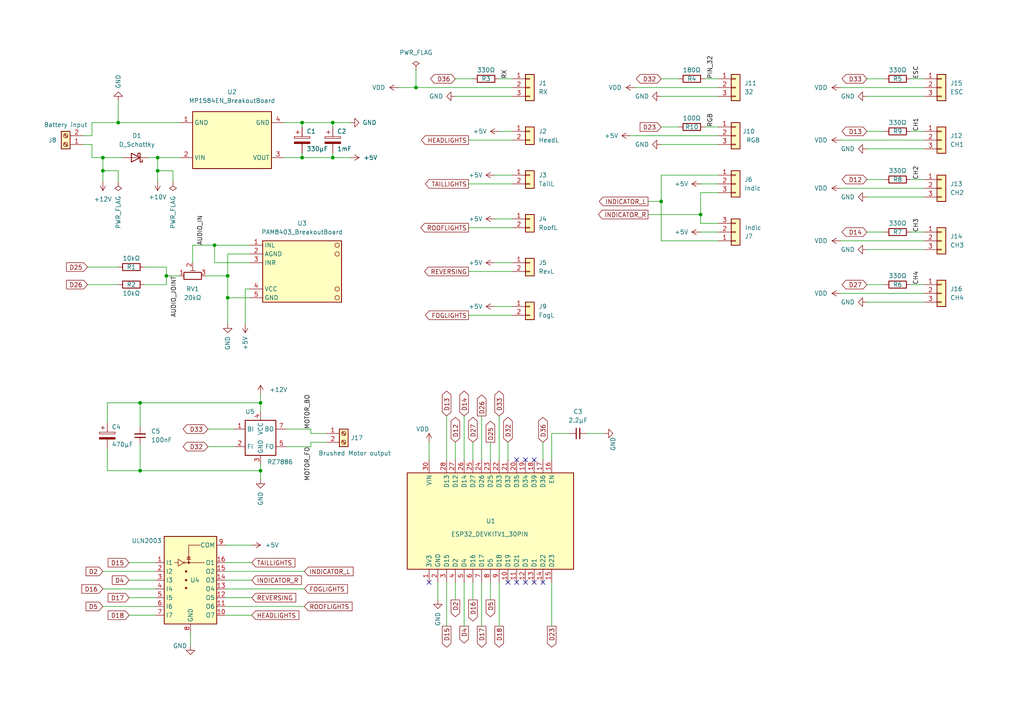
<source format=kicad_sch>
(kicad_sch (version 20211123) (generator eeschema)
  (paper "A4")
  (lib_symbols
    (symbol "Connector:Screw_Terminal_01x02" (pin_names (offset 1.016) hide)
      (property "Reference" "J" (at 0 2.54 0))
      (property "Value" "Screw_Terminal_01x02" (at 0 -5.08 0))
      (symbol "Screw_Terminal_01x02_1_1"
        (rectangle (start -1.27 1.27) (end 1.27 -3.81) (stroke (width 0.254)) (fill (type background)))
        (circle (center 0 -2.54) (radius 0.635) (stroke (width 0.1524)))
        (polyline (pts (xy -0.5334 -2.2098) (xy 0.3302 -3.048)) (stroke (width 0.1524)))
        (polyline (pts (xy -0.5334 0.3302) (xy 0.3302 -0.508)) (stroke (width 0.1524)))
        (polyline (pts (xy -0.3556 -2.032) (xy 0.508 -2.8702)) (stroke (width 0.1524)))
        (polyline (pts (xy -0.3556 0.508) (xy 0.508 -0.3302)) (stroke (width 0.1524)))
        (circle (center 0 0) (radius 0.635) (stroke (width 0.1524)))
        (pin passive line (at -5.08 0 0) (length 3.81) (name "Pin_1") (number "1"))
        (pin passive line (at -5.08 -2.54 0) (length 3.81) (name "Pin_2") (number "2"))
      )
    )
    (symbol "Connector_Generic:Conn_01x02" (pin_names (offset 1.016) hide)
      (property "Reference" "J" (at 0 2.54 0))
      (property "Value" "Conn_01x02" (at 0 -5.08 0))
      (symbol "Conn_01x02_1_1"
        (rectangle (start -1.27 -2.413) (end 0 -2.667) (stroke (width 0.1524)))
        (rectangle (start -1.27 0.127) (end 0 -0.127) (stroke (width 0.1524)))
        (rectangle (start -1.27 1.27) (end 1.27 -3.81) (stroke (width 0.254)) (fill (type background)))
        (pin passive line (at -5.08 0 0) (length 3.81) (name "Pin_1") (number "1"))
        (pin passive line (at -5.08 -2.54 0) (length 3.81) (name "Pin_2") (number "2"))
      )
    )
    (symbol "Connector_Generic:Conn_01x03" (pin_names (offset 1.016) hide)
      (property "Reference" "J" (at 0 5.08 0))
      (property "Value" "Conn_01x03" (at 0 -5.08 0))
      (symbol "Conn_01x03_1_1"
        (rectangle (start -1.27 -2.413) (end 0 -2.667) (stroke (width 0.1524)))
        (rectangle (start -1.27 0.127) (end 0 -0.127) (stroke (width 0.1524)))
        (rectangle (start -1.27 2.667) (end 0 2.413) (stroke (width 0.1524)))
        (rectangle (start -1.27 3.81) (end 1.27 -3.81) (stroke (width 0.254)) (fill (type background)))
        (pin passive line (at -5.08 2.54 0) (length 3.81) (name "Pin_1") (number "1"))
        (pin passive line (at -5.08 0 0) (length 3.81) (name "Pin_2") (number "2"))
        (pin passive line (at -5.08 -2.54 0) (length 3.81) (name "Pin_3") (number "3"))
      )
    )
    (symbol "Device:C_Polarized" (pin_numbers hide) (pin_names (offset 0.254))
      (property "Reference" "C" (at 0.635 2.54 0))
      (property "Value" "C_Polarized" (at 0.635 -2.54 0))
      (symbol "C_Polarized_0_1"
        (rectangle (start -2.286 0.508) (end 2.286 1.016))
        (polyline (pts (xy -1.778 2.286) (xy -0.762 2.286)))
        (polyline (pts (xy -1.27 2.794) (xy -1.27 1.778)))
        (rectangle (start 2.286 -0.508) (end -2.286 -1.016) (fill (type outline)))
      )
      (symbol "C_Polarized_1_1"
        (pin passive line (at 0 3.81 270) (length 2.794) (name "~") (number "1"))
        (pin passive line (at 0 -3.81 90) (length 2.794) (name "~") (number "2"))
      )
    )
    (symbol "Device:C_Small" (pin_numbers hide) (pin_names (offset 0.254) hide)
      (property "Reference" "C" (at 0.254 1.778 0))
      (property "Value" "C_Small" (at 0.254 -2.032 0))
      (symbol "C_Small_0_1"
        (polyline (pts (xy -1.524 -0.508) (xy 1.524 -0.508)) (stroke (width 0.3302)))
        (polyline (pts (xy -1.524 0.508) (xy 1.524 0.508)) (stroke (width 0.3048)))
      )
      (symbol "C_Small_1_1"
        (pin passive line (at 0 2.54 270) (length 2.032) (name "~") (number "1"))
        (pin passive line (at 0 -2.54 90) (length 2.032) (name "~") (number "2"))
      )
    )
    (symbol "Device:D_Schottky" (pin_numbers hide) (pin_names (offset 1.016) hide)
      (property "Reference" "D" (at 0 2.54 0))
      (property "Value" "D_Schottky" (at 0 -2.54 0))
      (symbol "D_Schottky_0_1"
        (polyline (pts (xy 1.27 0) (xy -1.27 0)))
        (polyline (pts (xy 1.27 1.27) (xy 1.27 -1.27) (xy -1.27 0) (xy 1.27 1.27)) (stroke (width 0.254)))
        (polyline (pts (xy -1.905 0.635) (xy -1.905 1.27) (xy -1.27 1.27) (xy -1.27 -1.27) (xy -0.635 -1.27) (xy -0.635 -0.635)) (stroke (width 0.254)))
      )
      (symbol "D_Schottky_1_1"
        (pin passive line (at -3.81 0 0) (length 2.54) (name "K") (number "1"))
        (pin passive line (at 3.81 0 180) (length 2.54) (name "A") (number "2"))
      )
    )
    (symbol "Device:R" (pin_numbers hide) (pin_names (offset 0))
      (property "Reference" "R" (at 2.032 0 90))
      (property "Value" "R" (at 0 0 90))
      (symbol "R_0_1"
        (rectangle (start -1.016 -2.54) (end 1.016 2.54) (stroke (width 0.254)))
      )
      (symbol "R_1_1"
        (pin passive line (at 0 3.81 270) (length 1.27) (name "~") (number "1"))
        (pin passive line (at 0 -3.81 90) (length 1.27) (name "~") (number "2"))
      )
    )
    (symbol "Device:R_Potentiometer_Trim" (pin_names (offset 1.016) hide)
      (property "Reference" "RV" (at -4.445 0 90))
      (property "Value" "R_Potentiometer_Trim" (at -2.54 0 90))
      (symbol "R_Potentiometer_Trim_0_1"
        (polyline (pts (xy 1.524 0.762) (xy 1.524 -0.762)))
        (polyline (pts (xy 2.54 0) (xy 1.524 0)))
        (rectangle (start 1.016 2.54) (end -1.016 -2.54) (stroke (width 0.254)))
      )
      (symbol "R_Potentiometer_Trim_1_1"
        (pin passive line (at 0 3.81 270) (length 1.27) (name "1") (number "1"))
        (pin passive line (at 3.81 0 180) (length 1.27) (name "2") (number "2"))
        (pin passive line (at 0 -3.81 90) (length 1.27) (name "3") (number "3"))
      )
    )
    (symbol "Transistor_Array:ULN2003"
      (property "Reference" "U" (at 0 15.875 0))
      (property "Value" "ULN2003" (at 0 13.97 0))
      (symbol "ULN2003_0_1"
        (rectangle (start -7.62 -12.7) (end 7.62 12.7) (stroke (width 0.254)) (fill (type background)))
        (circle (center -1.778 5.08) (radius 0.254))
        (circle (center -1.27 -2.286) (radius 0.254) (fill (type outline)))
        (circle (center -1.27 0) (radius 0.254) (fill (type outline)))
        (circle (center -1.27 2.54) (radius 0.254) (fill (type outline)))
        (circle (center -0.508 5.08) (radius 0.254) (fill (type outline)))
        (polyline (pts (xy -4.572 5.08) (xy -3.556 5.08)))
        (polyline (pts (xy -1.524 5.08) (xy 4.064 5.08)))
        (polyline (pts (xy 0 6.731) (xy -1.016 6.731)))
        (polyline (pts (xy -0.508 5.08) (xy -0.508 10.16) (xy 2.921 10.16)))
        (polyline (pts (xy -3.556 6.096) (xy -3.556 4.064) (xy -2.032 5.08) (xy -3.556 6.096)))
        (polyline (pts (xy 0 5.969) (xy -1.016 5.969) (xy -0.508 6.731) (xy 0 5.969)))
      )
      (symbol "ULN2003_1_1"
        (pin input line (at -10.16 5.08 0) (length 2.54) (name "I1") (number "1"))
        (pin open_collector line (at 10.16 -10.16 180) (length 2.54) (name "O7") (number "10"))
        (pin open_collector line (at 10.16 -7.62 180) (length 2.54) (name "O6") (number "11"))
        (pin open_collector line (at 10.16 -5.08 180) (length 2.54) (name "O5") (number "12"))
        (pin open_collector line (at 10.16 -2.54 180) (length 2.54) (name "O4") (number "13"))
        (pin open_collector line (at 10.16 0 180) (length 2.54) (name "O3") (number "14"))
        (pin open_collector line (at 10.16 2.54 180) (length 2.54) (name "O2") (number "15"))
        (pin open_collector line (at 10.16 5.08 180) (length 2.54) (name "O1") (number "16"))
        (pin input line (at -10.16 2.54 0) (length 2.54) (name "I2") (number "2"))
        (pin input line (at -10.16 0 0) (length 2.54) (name "I3") (number "3"))
        (pin input line (at -10.16 -2.54 0) (length 2.54) (name "I4") (number "4"))
        (pin input line (at -10.16 -5.08 0) (length 2.54) (name "I5") (number "5"))
        (pin input line (at -10.16 -7.62 0) (length 2.54) (name "I6") (number "6"))
        (pin input line (at -10.16 -10.16 0) (length 2.54) (name "I7") (number "7"))
        (pin power_in line (at 0 -15.24 90) (length 2.54) (name "GND") (number "8"))
        (pin passive line (at 10.16 10.16 180) (length 2.54) (name "COM") (number "9"))
      )
    )
    (symbol "cf:ESP32_DEVKITV1_30PIN"
      (property "Reference" "U1" (at -1.27 0 0))
      (property "Value" "ESP32_DEVKITV1_30PIN" (at -11.43 -3.81 0))
      (symbol "ESP32_DEVKITV1_30PIN_0_1"
        (rectangle (start -24.13 13.97) (end 24.13 -13.97) (stroke (width 0.254)) (fill (type background)))
      )
      (symbol "ESP32_DEVKITV1_30PIN_1_1"
        (pin power_out line (at -17.78 -17.78 90) (length 3.81) (name "3V3") (number "1"))
        (pin bidirectional line (at 5.08 -17.78 90) (length 3.81) (name "D19") (number "10"))
        (pin bidirectional line (at 7.62 -17.78 90) (length 3.81) (name "D21") (number "11"))
        (pin bidirectional line (at 10.16 -17.78 90) (length 3.81) (name "D3") (number "12"))
        (pin bidirectional line (at 12.7 -17.78 90) (length 3.81) (name "D1") (number "13"))
        (pin bidirectional line (at 15.24 -17.78 90) (length 3.81) (name "D22") (number "14"))
        (pin bidirectional line (at 17.78 -17.78 90) (length 3.81) (name "D23") (number "15"))
        (pin bidirectional line (at 17.78 17.78 270) (length 3.81) (name "EN") (number "16"))
        (pin bidirectional line (at 15.24 17.78 270) (length 3.81) (name "D36") (number "17"))
        (pin bidirectional line (at 12.7 17.78 270) (length 3.81) (name "D39") (number "18"))
        (pin bidirectional line (at 10.16 17.78 270) (length 3.81) (name "D34") (number "19"))
        (pin power_in line (at -15.24 -17.78 90) (length 3.81) (name "GND") (number "2"))
        (pin bidirectional line (at 7.62 17.78 270) (length 3.81) (name "D35") (number "20"))
        (pin bidirectional line (at 5.08 17.78 270) (length 3.81) (name "D32") (number "21"))
        (pin bidirectional line (at 2.54 17.78 270) (length 3.81) (name "D33") (number "22"))
        (pin bidirectional line (at 0 17.78 270) (length 3.81) (name "D25") (number "23"))
        (pin bidirectional line (at -2.54 17.78 270) (length 3.81) (name "D26") (number "24"))
        (pin bidirectional line (at -5.08 17.78 270) (length 3.81) (name "D27") (number "25"))
        (pin bidirectional line (at -7.62 17.78 270) (length 3.81) (name "D14") (number "26"))
        (pin bidirectional line (at -10.16 17.78 270) (length 3.81) (name "D12") (number "27"))
        (pin bidirectional line (at -12.7 17.78 270) (length 3.81) (name "D13") (number "28"))
        (pin passive line (at -15.24 -17.78 90) (length 3.81) hide (name "GND") (number "29"))
        (pin bidirectional line (at -12.7 -17.78 90) (length 3.81) (name "D15") (number "3"))
        (pin power_in line (at -17.78 17.78 270) (length 3.81) (name "VIN") (number "30"))
        (pin bidirectional line (at -10.16 -17.78 90) (length 3.81) (name "D2") (number "4"))
        (pin bidirectional line (at -7.62 -17.78 90) (length 3.81) (name "D4") (number "5"))
        (pin bidirectional line (at -5.08 -17.78 90) (length 3.81) (name "D16") (number "6"))
        (pin bidirectional line (at -2.54 -17.78 90) (length 3.81) (name "D17") (number "7"))
        (pin bidirectional line (at 0 -17.78 90) (length 3.81) (name "D5") (number "8"))
        (pin bidirectional line (at 2.54 -17.78 90) (length 3.81) (name "D18") (number "9"))
      )
    )
    (symbol "cf:MP1584EN_BreakoutBoard"
      (property "Reference" "U" (at -7.62 10.16 0))
      (property "Value" "MP1584EN_BreakoutBoard" (at 0 -10.16 0))
      (symbol "MP1584EN_BreakoutBoard_0_1"
        (rectangle (start -11.43 8.255) (end 11.43 -8.255) (stroke (width 0.254)) (fill (type background)))
      )
      (symbol "MP1584EN_BreakoutBoard_1_1"
        (pin power_in line (at -15.24 5.08 0) (length 3.81) (name "GND") (number "1"))
        (pin power_in line (at -15.24 -5.08 0) (length 3.81) (name "VIN") (number "2"))
        (pin power_out line (at 15.24 -5.08 180) (length 3.81) (name "VOUT") (number "3"))
        (pin power_out line (at 15.24 5.08 180) (length 3.81) (name "GND") (number "4"))
        (pin passive line (at -15.24 5.08 0) (length 3.81) hide (name "GND") (number "5"))
        (pin passive line (at -15.24 -5.08 0) (length 3.81) hide (name "VIN") (number "6"))
        (pin passive line (at 15.24 -5.08 180) (length 3.81) hide (name "VOUT") (number "7"))
        (pin passive line (at 15.24 5.08 180) (length 3.81) hide (name "GND") (number "8"))
      )
    )
    (symbol "cf:PAM8403_NOSPEAKER_BreakoutBoard"
      (property "Reference" "U" (at -6.985 10.795 0))
      (property "Value" "PAM8403_NOSPEAKER_BreakoutBoard" (at 0 -10.795 0))
      (symbol "PAM8403_NOSPEAKER_BreakoutBoard_0_1"
        (rectangle (start -11.43 8.89) (end 11.43 -8.89) (stroke (width 0.254)) (fill (type background)))
        (circle (center 10.16 -7.62) (radius 0.635))
        (circle (center 10.16 -5.08) (radius 0.635))
        (circle (center 10.16 5.08) (radius 0.635))
        (circle (center 10.16 7.62) (radius 0.635))
      )
      (symbol "PAM8403_NOSPEAKER_BreakoutBoard_1_1"
        (pin input line (at -15.24 7.62 0) (length 3.81) (name "INL") (number "1"))
        (pin input line (at -15.24 5.08 0) (length 3.81) (name "AGND") (number "2"))
        (pin input line (at -15.24 2.54 0) (length 3.81) (name "INR") (number "3"))
        (pin power_in line (at -15.24 -5.08 0) (length 3.81) (name "VCC") (number "4"))
        (pin power_in line (at -15.24 -7.62 0) (length 3.81) (name "GND") (number "5"))
      )
    )
    (symbol "cf:RZ7886"
      (property "Reference" "U" (at -3.81 6.985 0))
      (property "Value" "RZ7886" (at 5.08 -6.985 0))
      (symbol "RZ7886_0_1"
        (rectangle (start -4.445 5.08) (end 4.445 -5.08) (stroke (width 0.254)))
      )
      (symbol "RZ7886_1_1"
        (pin input line (at -7.62 2.54 0) (length 3.175) (name "BI") (number "1"))
        (pin input line (at -7.62 -2.54 0) (length 3.175) (name "FI") (number "2"))
        (pin power_in line (at 0 -7.62 90) (length 2.54) (name "GND") (number "3"))
        (pin power_in line (at 0 7.62 270) (length 2.54) (name "VCC") (number "4"))
        (pin power_out line (at 7.62 -2.54 180) (length 3.175) (name "FO") (number "5"))
        (pin passive line (at 7.62 -2.54 180) (length 3.175) hide (name "FO") (number "6"))
        (pin power_out line (at 7.62 2.54 180) (length 3.175) (name "BO") (number "7"))
        (pin passive line (at 7.62 2.54 180) (length 3.175) hide (name "BO") (number "8"))
      )
    )
    (symbol "power:+10V" (power) (pin_names (offset 0))
      (property "Value" "+10V" (at 0 3.556 0))
      (symbol "+10V_0_1"
        (polyline (pts (xy -0.762 1.27) (xy 0 2.54)))
        (polyline (pts (xy 0 0) (xy 0 2.54)))
        (polyline (pts (xy 0 2.54) (xy 0.762 1.27)))
      )
      (symbol "+10V_1_1"
        (pin power_in line (at 0 0 90) (length 0) hide (name "+10V") (number "1"))
      )
    )
    (symbol "power:+12V" (power) (pin_names (offset 0))
      (property "Value" "+12V" (at 0 3.556 0))
      (symbol "+12V_0_1"
        (polyline (pts (xy -0.762 1.27) (xy 0 2.54)))
        (polyline (pts (xy 0 0) (xy 0 2.54)))
        (polyline (pts (xy 0 2.54) (xy 0.762 1.27)))
      )
      (symbol "+12V_1_1"
        (pin power_in line (at 0 0 90) (length 0) hide (name "+12V") (number "1"))
      )
    )
    (symbol "power:+5V" (power) (pin_names (offset 0))
      (property "Value" "+5V" (at 0 3.556 0))
      (symbol "+5V_0_1"
        (polyline (pts (xy -0.762 1.27) (xy 0 2.54)))
        (polyline (pts (xy 0 0) (xy 0 2.54)))
        (polyline (pts (xy 0 2.54) (xy 0.762 1.27)))
      )
      (symbol "+5V_1_1"
        (pin power_in line (at 0 0 90) (length 0) hide (name "+5V") (number "1"))
      )
    )
    (symbol "power:GND" (power) (pin_names (offset 0))
      (property "Value" "GND" (at 0 -3.81 0))
      (symbol "GND_0_1"
        (polyline (pts (xy 0 0) (xy 0 -1.27) (xy 1.27 -1.27) (xy 0 -2.54) (xy -1.27 -1.27) (xy 0 -1.27)))
      )
      (symbol "GND_1_1"
        (pin power_in line (at 0 0 270) (length 0) hide (name "GND") (number "1"))
      )
    )
    (symbol "power:PWR_FLAG" (power) (pin_numbers hide) (pin_names (offset 0) hide)
      (property "Value" "PWR_FLAG" (at 0 3.81 0))
      (symbol "PWR_FLAG_0_0"
        (pin power_out line (at 0 0 90) (length 0) (name "pwr") (number "1"))
      )
      (symbol "PWR_FLAG_0_1"
        (polyline (pts (xy 0 0) (xy 0 1.27) (xy -1.016 1.905) (xy 0 2.54) (xy 1.016 1.905) (xy 0 1.27)))
      )
    )
    (symbol "power:VDD" (power) (pin_names (offset 0))
      (property "Value" "VDD" (at 0 3.81 0))
      (symbol "VDD_0_1"
        (polyline (pts (xy -0.762 1.27) (xy 0 2.54)))
        (polyline (pts (xy 0 0) (xy 0 2.54)))
        (polyline (pts (xy 0 2.54) (xy 0.762 1.27)))
      )
      (symbol "VDD_1_1"
        (pin power_in line (at 0 0 90) (length 0) hide (name "VDD") (number "1"))
      )
    )
  )
  (junction (at 87.63 45.72))
  (junction (at 96.52 45.72))
  (junction (at 40.64 136.525))
  (junction (at 191.77 58.42))
  (junction (at 48.26 80.01))
  (junction (at 34.29 35.56))
  (junction (at 40.64 116.84))
  (junction (at 45.72 45.72))
  (junction (at 66.04 80.01))
  (junction (at 96.52 35.56))
  (junction (at 87.63 35.56))
  (junction (at 62.23 71.12))
  (junction (at 29.845 45.72))
  (junction (at 75.565 136.525))
  (junction (at 29.845 49.53))
  (junction (at 75.565 116.84))
  (junction (at 45.72 49.53))
  (junction (at 203.2 62.23))
  (junction (at 66.04 86.36))
  (junction (at 120.65 25.4))
  (no_connect (at 154.94 133.35))
  (no_connect (at 149.86 133.35))
  (no_connect (at 149.86 168.91))
  (no_connect (at 152.4 168.91))
  (no_connect (at 154.94 168.91))
  (no_connect (at 157.48 168.91))
  (no_connect (at 147.32 168.91))
  (no_connect (at 152.4 133.35))
  (no_connect (at 124.46 168.91))
  (wire (pts (xy 29.845 45.72) (xy 35.56 45.72)))
  (wire (pts (xy 264.16 52.07) (xy 267.97 52.07)))
  (wire (pts (xy 124.46 128.27) (xy 124.46 133.35)))
  (wire (pts (xy 144.78 22.86) (xy 148.59 22.86)))
  (wire (pts (xy 87.63 35.56) (xy 87.63 36.83)))
  (wire (pts (xy 191.77 50.8) (xy 208.28 50.8)))
  (wire (pts (xy 203.2 62.23) (xy 203.2 55.88)))
  (wire (pts (xy 144.78 120.65) (xy 144.78 133.35)))
  (wire (pts (xy 135.89 91.44) (xy 148.59 91.44)))
  (wire (pts (xy 191.77 58.42) (xy 191.77 50.8)))
  (wire (pts (xy 62.23 71.12) (xy 72.39 71.12)))
  (wire (pts (xy 26.67 35.56) (xy 34.29 35.56)))
  (wire (pts (xy 55.88 76.2) (xy 55.88 71.12)))
  (wire (pts (xy 191.77 36.83) (xy 196.85 36.83)))
  (wire (pts (xy 65.405 175.895) (xy 88.265 175.895)))
  (wire (pts (xy 40.64 116.84) (xy 40.64 123.825)))
  (wire (pts (xy 66.04 80.01) (xy 66.04 86.36)))
  (wire (pts (xy 40.64 136.525) (xy 31.115 136.525)))
  (wire (pts (xy 251.46 22.86) (xy 256.54 22.86)))
  (wire (pts (xy 251.46 67.31) (xy 256.54 67.31)))
  (wire (pts (xy 204.47 22.86) (xy 208.28 22.86)))
  (wire (pts (xy 144.78 38.1) (xy 148.59 38.1)))
  (wire (pts (xy 96.52 35.56) (xy 101.6 35.56)))
  (wire (pts (xy 66.04 73.66) (xy 66.04 80.01)))
  (wire (pts (xy 251.46 87.63) (xy 267.97 87.63)))
  (wire (pts (xy 251.46 38.1) (xy 256.54 38.1)))
  (wire (pts (xy 132.08 22.86) (xy 137.16 22.86)))
  (wire (pts (xy 25.4 82.55) (xy 34.29 82.55)))
  (wire (pts (xy 203.2 62.23) (xy 203.2 64.77)))
  (wire (pts (xy 144.78 168.91) (xy 144.78 181.61)))
  (wire (pts (xy 143.51 76.2) (xy 148.59 76.2)))
  (wire (pts (xy 37.465 178.435) (xy 45.085 178.435)))
  (wire (pts (xy 134.62 120.65) (xy 134.62 133.35)))
  (wire (pts (xy 139.7 120.65) (xy 139.7 133.35)))
  (wire (pts (xy 137.16 128.27) (xy 137.16 133.35)))
  (wire (pts (xy 137.16 168.91) (xy 137.16 173.99)))
  (wire (pts (xy 26.67 45.72) (xy 29.845 45.72)))
  (wire (pts (xy 191.77 27.94) (xy 208.28 27.94)))
  (wire (pts (xy 34.29 49.53) (xy 29.845 49.53)))
  (wire (pts (xy 160.02 133.35) (xy 160.02 125.73)))
  (wire (pts (xy 24.13 39.37) (xy 26.67 39.37)))
  (wire (pts (xy 34.29 35.56) (xy 52.07 35.56)))
  (wire (pts (xy 143.51 88.9) (xy 148.59 88.9)))
  (wire (pts (xy 60.325 129.54) (xy 67.945 129.54)))
  (wire (pts (xy 251.46 72.39) (xy 267.97 72.39)))
  (wire (pts (xy 243.84 40.64) (xy 267.97 40.64)))
  (wire (pts (xy 134.62 168.91) (xy 134.62 181.61)))
  (wire (pts (xy 59.69 80.01) (xy 66.04 80.01)))
  (wire (pts (xy 40.64 128.905) (xy 40.64 136.525)))
  (wire (pts (xy 90.17 129.54) (xy 83.185 129.54)))
  (wire (pts (xy 135.89 78.74) (xy 148.59 78.74)))
  (wire (pts (xy 203.2 53.34) (xy 208.28 53.34)))
  (wire (pts (xy 243.84 85.09) (xy 267.97 85.09)))
  (wire (pts (xy 90.17 125.73) (xy 94.615 125.73)))
  (wire (pts (xy 135.89 66.04) (xy 148.59 66.04)))
  (wire (pts (xy 191.77 69.85) (xy 208.28 69.85)))
  (wire (pts (xy 75.565 136.525) (xy 75.565 139.065)))
  (wire (pts (xy 135.89 40.64) (xy 148.59 40.64)))
  (wire (pts (xy 29.845 165.735) (xy 45.085 165.735)))
  (wire (pts (xy 191.77 22.86) (xy 196.85 22.86)))
  (wire (pts (xy 55.245 183.515) (xy 55.245 187.325)))
  (wire (pts (xy 26.67 41.91) (xy 26.67 45.72)))
  (wire (pts (xy 251.46 43.18) (xy 267.97 43.18)))
  (wire (pts (xy 184.15 25.4) (xy 208.28 25.4)))
  (wire (pts (xy 243.84 25.4) (xy 267.97 25.4)))
  (wire (pts (xy 132.08 27.94) (xy 148.59 27.94)))
  (wire (pts (xy 60.325 124.46) (xy 67.945 124.46)))
  (wire (pts (xy 75.565 114.3) (xy 75.565 116.84)))
  (wire (pts (xy 25.4 77.47) (xy 34.29 77.47)))
  (wire (pts (xy 203.2 67.31) (xy 208.28 67.31)))
  (wire (pts (xy 120.65 25.4) (xy 148.59 25.4)))
  (wire (pts (xy 50.165 49.53) (xy 45.72 49.53)))
  (wire (pts (xy 135.89 53.34) (xy 148.59 53.34)))
  (wire (pts (xy 65.405 165.735) (xy 88.265 165.735)))
  (wire (pts (xy 143.51 50.8) (xy 148.59 50.8)))
  (wire (pts (xy 203.2 55.88) (xy 208.28 55.88)))
  (wire (pts (xy 34.29 52.705) (xy 34.29 49.53)))
  (wire (pts (xy 170.18 125.73) (xy 175.26 125.73)))
  (wire (pts (xy 65.405 173.355) (xy 73.025 173.355)))
  (wire (pts (xy 75.565 116.84) (xy 40.64 116.84)))
  (wire (pts (xy 147.32 128.27) (xy 147.32 133.35)))
  (wire (pts (xy 264.16 38.1) (xy 267.97 38.1)))
  (wire (pts (xy 65.405 168.275) (xy 73.025 168.275)))
  (wire (pts (xy 160.02 168.91) (xy 160.02 181.61)))
  (wire (pts (xy 34.29 29.21) (xy 34.29 35.56)))
  (wire (pts (xy 31.115 116.84) (xy 31.115 122.555)))
  (wire (pts (xy 65.405 158.115) (xy 73.025 158.115)))
  (wire (pts (xy 43.18 45.72) (xy 45.72 45.72)))
  (wire (pts (xy 71.12 83.82) (xy 71.12 93.98)))
  (wire (pts (xy 139.7 168.91) (xy 139.7 181.61)))
  (wire (pts (xy 191.77 58.42) (xy 191.77 69.85)))
  (wire (pts (xy 96.52 35.56) (xy 96.52 36.83)))
  (wire (pts (xy 45.72 45.72) (xy 45.72 49.53)))
  (wire (pts (xy 31.115 136.525) (xy 31.115 130.175)))
  (wire (pts (xy 96.52 45.72) (xy 101.6 45.72)))
  (wire (pts (xy 132.08 168.91) (xy 132.08 173.99)))
  (wire (pts (xy 243.84 69.85) (xy 267.97 69.85)))
  (wire (pts (xy 264.16 22.86) (xy 267.97 22.86)))
  (wire (pts (xy 66.04 86.36) (xy 66.04 93.98)))
  (wire (pts (xy 45.72 49.53) (xy 45.72 52.705)))
  (wire (pts (xy 29.845 45.72) (xy 29.845 49.53)))
  (wire (pts (xy 142.24 128.27) (xy 142.24 133.35)))
  (wire (pts (xy 264.16 67.31) (xy 267.97 67.31)))
  (wire (pts (xy 45.72 45.72) (xy 52.07 45.72)))
  (wire (pts (xy 127 168.91) (xy 127 173.99)))
  (wire (pts (xy 72.39 76.2) (xy 62.23 76.2)))
  (wire (pts (xy 264.16 82.55) (xy 267.97 82.55)))
  (wire (pts (xy 187.96 58.42) (xy 191.77 58.42)))
  (wire (pts (xy 251.46 82.55) (xy 256.54 82.55)))
  (wire (pts (xy 251.46 57.15) (xy 267.97 57.15)))
  (wire (pts (xy 62.23 76.2) (xy 62.23 71.12)))
  (wire (pts (xy 243.84 54.61) (xy 267.97 54.61)))
  (wire (pts (xy 29.845 49.53) (xy 29.845 52.705)))
  (wire (pts (xy 129.54 168.91) (xy 129.54 181.61)))
  (wire (pts (xy 75.565 136.525) (xy 40.64 136.525)))
  (wire (pts (xy 41.91 82.55) (xy 48.26 82.55)))
  (wire (pts (xy 87.63 35.56) (xy 96.52 35.56)))
  (wire (pts (xy 187.96 62.23) (xy 203.2 62.23)))
  (wire (pts (xy 65.405 163.195) (xy 73.025 163.195)))
  (wire (pts (xy 90.17 124.46) (xy 90.17 125.73)))
  (wire (pts (xy 37.465 163.195) (xy 45.085 163.195)))
  (wire (pts (xy 82.55 45.72) (xy 87.63 45.72)))
  (wire (pts (xy 48.26 82.55) (xy 48.26 80.01)))
  (wire (pts (xy 251.46 52.07) (xy 256.54 52.07)))
  (wire (pts (xy 82.55 35.56) (xy 87.63 35.56)))
  (wire (pts (xy 129.54 120.65) (xy 129.54 133.35)))
  (wire (pts (xy 65.405 178.435) (xy 73.025 178.435)))
  (wire (pts (xy 72.39 83.82) (xy 71.12 83.82)))
  (wire (pts (xy 132.08 128.27) (xy 132.08 133.35)))
  (wire (pts (xy 115.57 25.4) (xy 120.65 25.4)))
  (wire (pts (xy 191.77 41.91) (xy 208.28 41.91)))
  (wire (pts (xy 29.845 170.815) (xy 45.085 170.815)))
  (wire (pts (xy 87.63 45.72) (xy 96.52 45.72)))
  (wire (pts (xy 75.565 134.62) (xy 75.565 136.525)))
  (wire (pts (xy 55.88 71.12) (xy 62.23 71.12)))
  (wire (pts (xy 87.63 44.45) (xy 87.63 45.72)))
  (wire (pts (xy 142.24 168.91) (xy 142.24 173.99)))
  (wire (pts (xy 29.845 175.895) (xy 45.085 175.895)))
  (wire (pts (xy 48.26 80.01) (xy 52.07 80.01)))
  (wire (pts (xy 41.91 77.47) (xy 48.26 77.47)))
  (wire (pts (xy 120.65 20.32) (xy 120.65 25.4)))
  (wire (pts (xy 83.185 124.46) (xy 90.17 124.46)))
  (wire (pts (xy 24.13 41.91) (xy 26.67 41.91)))
  (wire (pts (xy 72.39 73.66) (xy 66.04 73.66)))
  (wire (pts (xy 90.17 128.27) (xy 94.615 128.27)))
  (wire (pts (xy 40.64 116.84) (xy 31.115 116.84)))
  (wire (pts (xy 96.52 44.45) (xy 96.52 45.72)))
  (wire (pts (xy 50.165 52.705) (xy 50.165 49.53)))
  (wire (pts (xy 203.2 64.77) (xy 208.28 64.77)))
  (wire (pts (xy 75.565 116.84) (xy 75.565 119.38)))
  (wire (pts (xy 204.47 36.83) (xy 208.28 36.83)))
  (wire (pts (xy 37.465 168.275) (xy 45.085 168.275)))
  (wire (pts (xy 48.26 77.47) (xy 48.26 80.01)))
  (wire (pts (xy 65.405 170.815) (xy 88.265 170.815)))
  (wire (pts (xy 26.67 39.37) (xy 26.67 35.56)))
  (wire (pts (xy 66.04 86.36) (xy 72.39 86.36)))
  (wire (pts (xy 143.51 63.5) (xy 148.59 63.5)))
  (wire (pts (xy 251.46 27.94) (xy 267.97 27.94)))
  (wire (pts (xy 37.465 173.355) (xy 45.085 173.355)))
  (wire (pts (xy 182.88 39.37) (xy 208.28 39.37)))
  (wire (pts (xy 90.17 128.27) (xy 90.17 129.54)))
  (wire (pts (xy 160.02 125.73) (xy 165.1 125.73)))
  (wire (pts (xy 157.48 128.27) (xy 157.48 133.35)))
  (label "CH3" (at 266.7 67.31 90))
  (label "RX" (at 147.32 22.86 90))
  (label "ESC" (at 266.7 22.86 90))
  (label "MOTOR_FO" (at 90.17 129.54 270))
  (label "AUDIO_IN" (at 59.055 71.12 90))
  (label "CH1" (at 266.7 38.1 90))
  (label "CH4" (at 266.7 82.55 90))
  (label "CH2" (at 266.7 52.07 90))
  (label "RGB" (at 207.01 36.83 90))
  (label "AUDIO_JOINT" (at 51.435 80.01 270))
  (label "MOTOR_BO" (at 90.17 124.46 90))
  (label "PIN_32" (at 207.01 22.86 90))
  (global_label "D25" (shape input) (at 25.4 77.47 180) (property "Intersheet References" "${INTERSHEET_REFS}" (effects hide)))
  (global_label "D2" (shape output) (at 132.08 173.99 270) (property "Intersheet References" "${INTERSHEET_REFS}" (effects hide)))
  (global_label "D15" (shape output) (at 129.54 181.61 270) (property "Intersheet References" "${INTERSHEET_REFS}" (effects hide)))
  (global_label "D16" (shape output) (at 137.16 173.99 270) (property "Intersheet References" "${INTERSHEET_REFS}" (effects hide)))
  (global_label "D25" (shape output) (at 142.24 128.27 90) (property "Intersheet References" "${INTERSHEET_REFS}" (effects hide)))
  (global_label "TAILLIGHTS" (shape output) (at 135.89 53.34 180) (property "Intersheet References" "${INTERSHEET_REFS}" (effects hide)))
  (global_label "D27" (shape bidirectional) (at 137.16 128.27 90) (property "Intersheet References" "${INTERSHEET_REFS}" (effects hide)))
  (global_label "D36" (shape bidirectional) (at 157.48 128.27 90) (property "Intersheet References" "${INTERSHEET_REFS}" (effects hide)))
  (global_label "D23" (shape input) (at 191.77 36.83 180) (property "Intersheet References" "${INTERSHEET_REFS}" (effects hide)))
  (global_label "D15" (shape input) (at 37.465 163.195 180) (property "Intersheet References" "${INTERSHEET_REFS}" (effects hide)))
  (global_label "D5" (shape output) (at 142.24 173.99 270) (property "Intersheet References" "${INTERSHEET_REFS}" (effects hide)))
  (global_label "D36" (shape bidirectional) (at 132.08 22.86 180) (property "Intersheet References" "${INTERSHEET_REFS}" (effects hide)))
  (global_label "ROOFLIGHTS" (shape output) (at 135.89 66.04 180) (property "Intersheet References" "${INTERSHEET_REFS}" (effects hide)))
  (global_label "D27" (shape bidirectional) (at 251.46 82.55 180) (property "Intersheet References" "${INTERSHEET_REFS}" (effects hide)))
  (global_label "D13" (shape bidirectional) (at 251.46 38.1 180) (property "Intersheet References" "${INTERSHEET_REFS}" (effects hide)))
  (global_label "D12" (shape bidirectional) (at 251.46 52.07 180) (property "Intersheet References" "${INTERSHEET_REFS}" (effects hide)))
  (global_label "D4" (shape input) (at 37.465 168.275 180) (property "Intersheet References" "${INTERSHEET_REFS}" (effects hide)))
  (global_label "D32" (shape bidirectional) (at 147.32 128.27 90) (property "Intersheet References" "${INTERSHEET_REFS}" (effects hide)))
  (global_label "D32" (shape bidirectional) (at 60.325 129.54 180) (property "Intersheet References" "${INTERSHEET_REFS}" (effects hide)))
  (global_label "ROOFLIGHTS" (shape input) (at 88.265 175.895 0) (property "Intersheet References" "${INTERSHEET_REFS}" (effects hide)))
  (global_label "FOGLIGHTS" (shape output) (at 135.89 91.44 180) (property "Intersheet References" "${INTERSHEET_REFS}" (effects hide)))
  (global_label "D14" (shape bidirectional) (at 134.62 120.65 90) (property "Intersheet References" "${INTERSHEET_REFS}" (effects hide)))
  (global_label "D33" (shape bidirectional) (at 251.46 22.86 180) (property "Intersheet References" "${INTERSHEET_REFS}" (effects hide)))
  (global_label "INDICATOR_R" (shape output) (at 187.96 62.23 180) (property "Intersheet References" "${INTERSHEET_REFS}" (effects hide)))
  (global_label "D33" (shape bidirectional) (at 60.325 124.46 180) (property "Intersheet References" "${INTERSHEET_REFS}" (effects hide)))
  (global_label "HEADLIGHTS" (shape output) (at 135.89 40.64 180) (property "Intersheet References" "${INTERSHEET_REFS}" (effects hide)))
  (global_label "D18" (shape output) (at 144.78 181.61 270) (property "Intersheet References" "${INTERSHEET_REFS}" (effects hide)))
  (global_label "D32" (shape bidirectional) (at 191.77 22.86 180) (property "Intersheet References" "${INTERSHEET_REFS}" (effects hide)))
  (global_label "REVERSING" (shape input) (at 73.025 173.355 0) (property "Intersheet References" "${INTERSHEET_REFS}" (effects hide)))
  (global_label "TAILLIGHTS" (shape input) (at 73.025 163.195 0) (property "Intersheet References" "${INTERSHEET_REFS}" (effects hide)))
  (global_label "D14" (shape bidirectional) (at 251.46 67.31 180) (property "Intersheet References" "${INTERSHEET_REFS}" (effects hide)))
  (global_label "D17" (shape input) (at 37.465 173.355 180) (property "Intersheet References" "${INTERSHEET_REFS}" (effects hide)))
  (global_label "D16" (shape input) (at 29.845 170.815 180) (property "Intersheet References" "${INTERSHEET_REFS}" (effects hide)))
  (global_label "D33" (shape bidirectional) (at 144.78 120.65 90) (property "Intersheet References" "${INTERSHEET_REFS}" (effects hide)))
  (global_label "HEADLIGHTS" (shape input) (at 73.025 178.435 0) (property "Intersheet References" "${INTERSHEET_REFS}" (effects hide)))
  (global_label "FOGLIGHTS" (shape input) (at 88.265 170.815 0) (property "Intersheet References" "${INTERSHEET_REFS}" (effects hide)))
  (global_label "D26" (shape input) (at 25.4 82.55 180) (property "Intersheet References" "${INTERSHEET_REFS}" (effects hide)))
  (global_label "D12" (shape bidirectional) (at 132.08 128.27 90) (property "Intersheet References" "${INTERSHEET_REFS}" (effects hide)))
  (global_label "D2" (shape input) (at 29.845 165.735 180) (property "Intersheet References" "${INTERSHEET_REFS}" (effects hide)))
  (global_label "D17" (shape output) (at 139.7 181.61 270) (property "Intersheet References" "${INTERSHEET_REFS}" (effects hide)))
  (global_label "INDICATOR_R" (shape input) (at 73.025 168.275 0) (property "Intersheet References" "${INTERSHEET_REFS}" (effects hide)))
  (global_label "REVERSING" (shape output) (at 135.89 78.74 180) (property "Intersheet References" "${INTERSHEET_REFS}" (effects hide)))
  (global_label "INDICATOR_L" (shape output) (at 187.96 58.42 180) (property "Intersheet References" "${INTERSHEET_REFS}" (effects hide)))
  (global_label "INDICATOR_L" (shape input) (at 88.265 165.735 0) (property "Intersheet References" "${INTERSHEET_REFS}" (effects hide)))
  (global_label "D18" (shape input) (at 37.465 178.435 180) (property "Intersheet References" "${INTERSHEET_REFS}" (effects hide)))
  (global_label "D23" (shape output) (at 160.02 181.61 270) (property "Intersheet References" "${INTERSHEET_REFS}" (effects hide)))
  (global_label "D13" (shape bidirectional) (at 129.54 120.65 90) (property "Intersheet References" "${INTERSHEET_REFS}" (effects hide)))
  (global_label "D5" (shape input) (at 29.845 175.895 180) (property "Intersheet References" "${INTERSHEET_REFS}" (effects hide)))
  (global_label "D4" (shape output) (at 134.62 181.61 270) (property "Intersheet References" "${INTERSHEET_REFS}" (effects hide)))
  (global_label "D26" (shape output) (at 139.7 120.65 90) (property "Intersheet References" "${INTERSHEET_REFS}" (effects hide)))
  (symbol (lib_id "power:GND") (at 191.77 41.91 270) (unit 1)
    (property "Reference" "#PWR0124" (effects hide))
    (property "Value" "GND" (at 184.15 41.91 90) (effects (justify left)))
  )
  (symbol (lib_id "Connector_Generic:Conn_01x03") (at 153.67 25.4 0) (unit 1)
    (property "Reference" "J1" (at 156.21 24.1299 0) (effects (justify left)))
    (property "Value" "RX" (at 156.21 26.6699 0) (effects (justify left)))
    (property "Footprint" "Connector_PinHeader_2.54mm:PinHeader_1x03_P2.54mm_Vertical" (effects hide))
  )
  (symbol (lib_id "Connector_Generic:Conn_01x03") (at 213.36 53.34 0) (unit 1)
    (property "Reference" "J6" (at 215.9 52.0699 0) (effects (justify left)))
    (property "Value" "Indic" (at 215.9 54.61 0) (effects (justify left)))
    (property "Footprint" "Connector_JST:JST_XH_B3B-XH-A_1x03_P2.50mm_Vertical" (effects hide))
  )
  (symbol (lib_id "power:GND") (at 251.46 27.94 270) (unit 1)
    (property "Reference" "#PWR0128" (effects hide))
    (property "Value" "GND" (at 243.84 27.94 90) (effects (justify left)))
  )
  (symbol (lib_id "Connector_Generic:Conn_01x02") (at 153.67 76.2 0) (unit 1)
    (property "Reference" "J5" (at 156.21 76.1999 0) (effects (justify left)))
    (property "Value" "RevL" (at 156.21 78.7399 0) (effects (justify left)))
    (property "Footprint" "Connector_JST:JST_XH_B2B-XH-A_1x02_P2.50mm_Vertical" (effects hide))
  )
  (symbol (lib_id "power:VDD") (at 124.46 128.27 0) (unit 1)
    (property "Reference" "#PWR0107" (effects hide))
    (property "Value" "VDD" (at 120.65 124.46 0) (effects (justify left)))
  )
  (symbol (lib_id "power:+5V") (at 144.78 38.1 90) (unit 1)
    (property "Reference" "#PWR0121" (effects hide))
    (property "Value" "+5V" (at 137.16 38.1 90) (effects (justify right)))
  )
  (symbol (lib_id "power:+5V") (at 143.51 63.5 90) (unit 1)
    (property "Reference" "#PWR0116" (effects hide))
    (property "Value" "+5V" (at 135.89 63.5 90) (effects (justify right)))
  )
  (symbol (lib_id "Device:R") (at 260.35 52.07 90) (unit 1)
    (property "Reference" "R8" (at 260.35 52.07 90))
    (property "Value" "330Ω" (at 260.35 49.53 90))
    (property "Footprint" "Resistor_SMD:R_0805_2012Metric_Pad1.20x1.40mm_HandSolder" (effects hide))
  )
  (symbol (lib_id "Device:R") (at 38.1 82.55 90) (unit 1)
    (property "Reference" "R2" (at 38.1 82.55 90))
    (property "Value" "10kΩ" (at 38.1 85.09 90))
    (property "Footprint" "Resistor_SMD:R_0805_2012Metric_Pad1.20x1.40mm_HandSolder" (effects hide))
  )
  (symbol (lib_id "power:GND") (at 66.04 93.98 0) (unit 1)
    (property "Reference" "#PWR0110" (effects hide))
    (property "Value" "GND" (at 66.04 101.6 90) (effects (justify left)))
  )
  (symbol (lib_id "power:VDD") (at 243.84 25.4 90) (unit 1)
    (property "Reference" "#PWR0134" (effects hide))
    (property "Value" "VDD" (at 240.03 25.3999 90) (effects (justify left)))
  )
  (symbol (lib_id "power:VDD") (at 184.15 25.4 90) (unit 1)
    (property "Reference" "#PWR0109" (effects hide))
    (property "Value" "VDD" (at 180.34 25.3999 90) (effects (justify left)))
  )
  (symbol (lib_id "power:VDD") (at 243.84 69.85 90) (unit 1)
    (property "Reference" "#PWR0129" (effects hide))
    (property "Value" "VDD" (at 240.03 69.8499 90) (effects (justify left)))
  )
  (symbol (lib_id "Connector_Generic:Conn_01x03") (at 213.36 67.31 0) (mirror x) (unit 1)
    (property "Reference" "J7" (at 217.17 68.58 0))
    (property "Value" "Indic" (at 218.44 66.04 0))
    (property "Footprint" "Connector_JST:JST_XH_B3B-XH-A_1x03_P2.50mm_Vertical" (effects hide))
  )
  (symbol (lib_id "power:+5V") (at 73.025 158.115 270) (unit 1)
    (property "Reference" "#PWR0108" (effects hide))
    (property "Value" "+5V" (at 76.835 158.115 90) (effects (justify left)))
  )
  (symbol (lib_id "Device:R") (at 200.66 22.86 90) (unit 1)
    (property "Reference" "R4" (at 200.66 22.86 90))
    (property "Value" "180Ω" (at 200.66 20.32 90))
    (property "Footprint" "Resistor_SMD:R_0805_2012Metric_Pad1.20x1.40mm_HandSolder" (effects hide))
  )
  (symbol (lib_id "Device:C_Polarized") (at 87.63 40.64 0) (unit 1)
    (property "Reference" "C1" (at 88.9 38.1 0) (effects (justify left)))
    (property "Value" "330µF" (at 88.9 43.18 0) (effects (justify left)))
    (property "Footprint" "Capacitor_Tantalum_SMD:CP_EIA-7343-30_AVX-N_Pad2.25x2.55mm_HandSolder" (effects hide))
  )
  (symbol (lib_id "Connector_Generic:Conn_01x03") (at 273.05 40.64 0) (unit 1)
    (property "Reference" "J12" (at 275.59 39.3699 0) (effects (justify left)))
    (property "Value" "CH1" (at 275.59 41.9099 0) (effects (justify left)))
    (property "Footprint" "Connector_PinHeader_2.54mm:PinHeader_1x03_P2.54mm_Vertical" (effects hide))
  )
  (symbol (lib_id "power:+5V") (at 203.2 67.31 90) (unit 1)
    (property "Reference" "#PWR0123" (effects hide))
    (property "Value" "+5V" (at 195.58 67.31 90) (effects (justify right)))
  )
  (symbol (lib_id "power:+5V") (at 71.12 93.98 180) (unit 1)
    (property "Reference" "#PWR0111" (effects hide))
    (property "Value" "+5V" (at 71.12 101.6 90) (effects (justify right)))
  )
  (symbol (lib_id "Connector_Generic:Conn_01x02") (at 153.67 50.8 0) (unit 1)
    (property "Reference" "J3" (at 156.21 50.7999 0) (effects (justify left)))
    (property "Value" "TailL" (at 156.21 53.3399 0) (effects (justify left)))
    (property "Footprint" "Connector_JST:JST_XH_B2B-XH-A_1x02_P2.50mm_Vertical" (effects hide))
  )
  (symbol (lib_id "power:GND") (at 34.29 29.21 180) (unit 1)
    (property "Reference" "#PWR0105" (effects hide))
    (property "Value" "GND" (at 34.29 21.59 90) (effects (justify left)))
  )
  (symbol (lib_id "Device:C_Small") (at 167.64 125.73 90) (unit 1)
    (property "Reference" "C3" (at 167.6463 119.38 90))
    (property "Value" "2.2µF" (at 167.6463 121.92 90))
    (property "Footprint" "Capacitor_SMD:C_1206_3216Metric_Pad1.33x1.80mm_HandSolder" (effects hide))
  )
  (symbol (lib_id "power:VDD") (at 243.84 85.09 90) (unit 1)
    (property "Reference" "#PWR0127" (effects hide))
    (property "Value" "VDD" (at 240.03 85.0899 90) (effects (justify left)))
  )
  (symbol (lib_id "Transistor_Array:ULN2003") (at 55.245 168.275 0) (unit 1)
    (property "Reference" "U4" (at 56.515 168.275 0))
    (property "Value" "ULN2003" (at 42.545 156.845 0))
    (property "Footprint" "cf:SO-16_3.9x9.9mm_P1.27mm" (effects hide))
    (property "Datasheet" "http://www.ti.com/lit/ds/symlink/uln2003a.pdf" (effects hide))
  )
  (symbol (lib_id "Connector_Generic:Conn_01x03") (at 213.36 39.37 0) (unit 1)
    (property "Reference" "J10" (at 217.17 38.1 0))
    (property "Value" "RGB" (at 218.44 40.64 0))
    (property "Footprint" "Connector_JST:JST_XH_B3B-XH-A_1x03_P2.50mm_Vertical" (effects hide))
  )
  (symbol (lib_id "power:+5V") (at 203.2 53.34 90) (unit 1)
    (property "Reference" "#PWR0122" (effects hide))
    (property "Value" "+5V" (at 195.58 53.34 90) (effects (justify right)))
  )
  (symbol (lib_id "power:+5V") (at 143.51 50.8 90) (unit 1)
    (property "Reference" "#PWR0120" (effects hide))
    (property "Value" "+5V" (at 135.89 50.8 90) (effects (justify right)))
  )
  (symbol (lib_id "cf:MP1584EN_BreakoutBoard") (at 67.31 40.64 0) (unit 1)
    (property "Reference" "U2" (at 67.31 26.67 0))
    (property "Value" "MP1584EN_BreakoutBoard" (at 67.31 29.21 0))
    (property "Footprint" "cf:MP1584EN_BreakoutBoard" (effects hide))
  )
  (symbol (lib_id "Device:R") (at 260.35 67.31 90) (unit 1)
    (property "Reference" "R7" (at 260.35 67.31 90))
    (property "Value" "330Ω" (at 260.35 64.77 90))
    (property "Footprint" "Resistor_SMD:R_0805_2012Metric_Pad1.20x1.40mm_HandSolder" (effects hide))
  )
  (symbol (lib_id "Device:R") (at 260.35 22.86 90) (unit 1)
    (property "Reference" "R5" (at 260.35 22.86 90))
    (property "Value" "330Ω" (at 260.35 20.32 90))
    (property "Footprint" "Resistor_SMD:R_0805_2012Metric_Pad1.20x1.40mm_HandSolder" (effects hide))
  )
  (symbol (lib_id "Connector_Generic:Conn_01x03") (at 273.05 54.61 0) (unit 1)
    (property "Reference" "J13" (at 275.59 53.3399 0) (effects (justify left)))
    (property "Value" "CH2" (at 275.59 55.8799 0) (effects (justify left)))
    (property "Footprint" "Connector_PinHeader_2.54mm:PinHeader_1x03_P2.54mm_Vertical" (effects hide))
  )
  (symbol (lib_id "Device:C_Small") (at 40.64 126.365 180) (unit 1)
    (property "Reference" "C5" (at 43.815 125.0885 0) (effects (justify right)))
    (property "Value" "100nF" (at 43.815 127.6285 0) (effects (justify right)))
    (property "Footprint" "Capacitor_SMD:C_1206_3216Metric_Pad1.33x1.80mm_HandSolder" (effects hide))
  )
  (symbol (lib_id "Device:C_Polarized") (at 96.52 40.64 0) (unit 1)
    (property "Reference" "C2" (at 97.79 38.1 0) (effects (justify left)))
    (property "Value" "1mF" (at 97.79 43.18 0) (effects (justify left)))
    (property "Footprint" "Capacitor_THT:CP_Radial_D10.0mm_P2.50mm_P5.00mm" (effects hide))
  )
  (symbol (lib_id "cf:PAM8403_NOSPEAKER_BreakoutBoard") (at 87.63 78.74 0) (unit 1)
    (property "Reference" "U3" (at 87.63 64.77 0))
    (property "Value" "PAM8403_BreakoutBoard" (at 87.63 67.31 0))
    (property "Footprint" "cf:PAM8403_NOSPEAKER_BreakoutBoard" (effects hide))
  )
  (symbol (lib_id "Device:R") (at 200.66 36.83 90) (unit 1)
    (property "Reference" "R10" (at 200.66 36.83 90))
    (property "Value" "100Ω" (at 200.66 34.29 90))
    (property "Footprint" "Resistor_SMD:R_0805_2012Metric_Pad1.20x1.40mm_HandSolder" (effects hide))
  )
  (symbol (lib_id "Connector_Generic:Conn_01x03") (at 213.36 25.4 0) (unit 1)
    (property "Reference" "J11" (at 215.9 24.1299 0) (effects (justify left)))
    (property "Value" "32" (at 215.9 26.6699 0) (effects (justify left)))
    (property "Footprint" "Connector_PinHeader_2.54mm:PinHeader_1x03_P2.54mm_Vertical" (effects hide))
  )
  (symbol (lib_id "power:GND") (at 132.08 27.94 270) (unit 1)
    (property "Reference" "#PWR0117" (effects hide))
    (property "Value" "GND" (at 124.46 27.94 90) (effects (justify left)))
  )
  (symbol (lib_id "power:GND") (at 251.46 43.18 270) (unit 1)
    (property "Reference" "#PWR0126" (effects hide))
    (property "Value" "GND" (at 243.84 43.18 90) (effects (justify left)))
  )
  (symbol (lib_id "power:VDD") (at 243.84 54.61 90) (unit 1)
    (property "Reference" "#PWR0132" (effects hide))
    (property "Value" "VDD" (at 240.03 54.6099 90) (effects (justify left)))
  )
  (symbol (lib_id "power:PWR_FLAG") (at 50.165 52.705 180) (unit 1)
    (property "Reference" "#FLG0103" (effects hide))
    (property "Value" "PWR_FLAG" (at 50.165 61.595 90))
  )
  (symbol (lib_id "power:GND") (at 175.26 125.73 90) (unit 1)
    (property "Reference" "#PWR0113" (effects hide))
    (property "Value" "GND" (at 177.8 130.81 0) (effects (justify left)))
  )
  (symbol (lib_id "power:PWR_FLAG") (at 34.29 52.705 180) (unit 1)
    (property "Reference" "#FLG0102" (effects hide))
    (property "Value" "PWR_FLAG" (at 34.29 61.595 90))
  )
  (symbol (lib_id "power:GND") (at 55.245 187.325 0) (unit 1)
    (property "Reference" "#PWR0112" (effects hide))
    (property "Value" "GND" (at 50.165 187.325 0) (effects (justify left)))
  )
  (symbol (lib_id "Device:R") (at 140.97 22.86 90) (unit 1)
    (property "Reference" "R3" (at 140.97 22.86 90))
    (property "Value" "330Ω" (at 140.97 20.32 90))
    (property "Footprint" "Resistor_SMD:R_0805_2012Metric_Pad1.20x1.40mm_HandSolder" (effects hide))
  )
  (symbol (lib_id "Device:C_Polarized") (at 31.115 126.365 0) (unit 1)
    (property "Reference" "C4" (at 32.385 123.825 0) (effects (justify left)))
    (property "Value" "470µF" (at 32.385 128.905 0) (effects (justify left)))
    (property "Footprint" "Capacitor_THT:CP_Radial_D10.0mm_P2.50mm_P5.00mm" (effects hide))
  )
  (symbol (lib_id "Connector_Generic:Conn_01x02") (at 153.67 63.5 0) (unit 1)
    (property "Reference" "J4" (at 156.21 63.4999 0) (effects (justify left)))
    (property "Value" "RoofL" (at 156.21 66.0399 0) (effects (justify left)))
    (property "Footprint" "Connector_JST:JST_XH_B2B-XH-A_1x02_P2.50mm_Vertical" (effects hide))
  )
  (symbol (lib_id "power:+12V") (at 29.845 52.705 180) (unit 1)
    (property "Reference" "#PWR0101" (effects hide))
    (property "Value" "+12V" (at 29.845 57.785 0))
  )
  (symbol (lib_id "power:+12V") (at 75.565 114.3 0) (unit 1)
    (property "Reference" "#PWR0114" (effects hide))
    (property "Value" "+12V" (at 78.105 113.0299 0) (effects (justify left)))
  )
  (symbol (lib_id "cf:RZ7886") (at 75.565 127 0) (unit 1)
    (property "Reference" "U5" (at 71.12 119.38 0) (effects (justify left)))
    (property "Value" "RZ7886" (at 77.47 133.985 0) (effects (justify left)))
    (property "Footprint" "cf:RZ7886_DIP8" (effects hide))
  )
  (symbol (lib_id "power:GND") (at 251.46 87.63 270) (unit 1)
    (property "Reference" "#PWR0135" (effects hide))
    (property "Value" "GND" (at 243.84 87.63 90) (effects (justify left)))
  )
  (symbol (lib_id "power:VDD") (at 115.57 25.4 90) (unit 1)
    (property "Reference" "#PWR0106" (effects hide))
    (property "Value" "VDD" (at 111.76 25.3999 90) (effects (justify left)))
  )
  (symbol (lib_id "Device:R") (at 38.1 77.47 90) (unit 1)
    (property "Reference" "R1" (at 38.1 77.47 90))
    (property "Value" "10kΩ" (at 38.1 74.93 90))
    (property "Footprint" "Resistor_SMD:R_0805_2012Metric_Pad1.20x1.40mm_HandSolder" (effects hide))
  )
  (symbol (lib_id "power:GND") (at 75.565 139.065 0) (unit 1)
    (property "Reference" "#PWR0136" (effects hide))
    (property "Value" "GND" (at 75.565 146.685 90) (effects (justify left)))
  )
  (symbol (lib_id "Connector:Screw_Terminal_01x02") (at 19.05 41.91 180) (unit 1)
    (property "Reference" "J8" (at 15.24 40.64 0))
    (property "Value" "Battery input" (at 19.05 36.195 0))
    (property "Footprint" "cf:InputPowerSolderPads" (effects hide))
  )
  (symbol (lib_id "Device:R") (at 260.35 38.1 90) (unit 1)
    (property "Reference" "R9" (at 260.35 38.1 90))
    (property "Value" "330Ω" (at 260.35 35.56 90))
    (property "Footprint" "Resistor_SMD:R_0805_2012Metric_Pad1.20x1.40mm_HandSolder" (effects hide))
  )
  (symbol (lib_id "power:+5V") (at 101.6 45.72 270) (unit 1)
    (property "Reference" "#PWR0102" (effects hide))
    (property "Value" "+5V" (at 105.41 45.7199 90) (effects (justify left)))
  )
  (symbol (lib_id "power:+10V") (at 45.72 52.705 180) (unit 1)
    (property "Reference" "#PWR0137" (effects hide))
    (property "Value" "+10V" (at 45.72 57.15 0))
  )
  (symbol (lib_id "Connector_Generic:Conn_01x03") (at 273.05 69.85 0) (unit 1)
    (property "Reference" "J14" (at 275.59 68.5799 0) (effects (justify left)))
    (property "Value" "CH3" (at 275.59 71.1199 0) (effects (justify left)))
    (property "Footprint" "Connector_PinHeader_2.54mm:PinHeader_1x03_P2.54mm_Vertical" (effects hide))
  )
  (symbol (lib_id "power:+5V") (at 143.51 88.9 90) (unit 1)
    (property "Reference" "#PWR0119" (effects hide))
    (property "Value" "+5V" (at 135.89 88.9 90) (effects (justify right)))
  )
  (symbol (lib_id "power:+5V") (at 182.88 39.37 90) (unit 1)
    (property "Reference" "#PWR0125" (effects hide))
    (property "Value" "+5V" (at 175.26 39.37 90) (effects (justify right)))
  )
  (symbol (lib_id "power:GND") (at 127 173.99 0) (unit 1)
    (property "Reference" "#PWR0115" (effects hide))
    (property "Value" "GND" (at 127 181.61 90) (effects (justify left)))
  )
  (symbol (lib_id "cf:ESP32_DEVKITV1_30PIN") (at 142.24 151.13 0) (unit 1)
    (property "Reference" "U1" (at 140.97 151.13 0) (effects (justify left)))
    (property "Value" "ESP32_DEVKITV1_30PIN" (at 130.81 154.94 0) (effects (justify left)))
    (property "Footprint" "cf:ESP32_DEVKITV1_30PIN" (effects hide))
  )
  (symbol (lib_id "power:VDD") (at 243.84 40.64 90) (unit 1)
    (property "Reference" "#PWR0133" (effects hide))
    (property "Value" "VDD" (at 240.03 40.6399 90) (effects (justify left)))
  )
  (symbol (lib_id "power:GND") (at 101.6 35.56 90) (unit 1)
    (property "Reference" "#PWR0103" (effects hide))
    (property "Value" "GND" (at 109.22 35.56 90) (effects (justify left)))
  )
  (symbol (lib_id "Device:R_Potentiometer_Trim") (at 55.88 80.01 90) (unit 1)
    (property "Reference" "RV1" (at 55.88 83.82 90))
    (property "Value" "20kΩ" (at 55.88 86.36 90))
    (property "Footprint" "Potentiometer_THT:Potentiometer_Bourns_3296W_Vertical" (effects hide))
  )
  (symbol (lib_id "power:GND") (at 191.77 27.94 270) (unit 1)
    (property "Reference" "#PWR0104" (effects hide))
    (property "Value" "GND" (at 184.15 27.94 90) (effects (justify left)))
  )
  (symbol (lib_id "Connector:Screw_Terminal_01x02") (at 99.695 125.73 0) (unit 1)
    (property "Reference" "J17" (at 103.505 127 0))
    (property "Value" "Brushed Motor output" (at 102.87 131.445 0))
    (property "Footprint" "cf:InputPowerSolderPads" (effects hide))
  )
  (symbol (lib_id "Device:D_Schottky") (at 39.37 45.72 180) (unit 1)
    (property "Reference" "D1" (at 39.6875 39.37 0))
    (property "Value" "D_Schottky" (at 39.6875 41.91 0))
    (property "Footprint" "Diode_SMD:D_SMA-SMB_Universal_Handsoldering" (effects hide))
  )
  (symbol (lib_id "power:+5V") (at 143.51 76.2 90) (unit 1)
    (property "Reference" "#PWR0118" (effects hide))
    (property "Value" "+5V" (at 135.89 76.2 90) (effects (justify right)))
  )
  (symbol (lib_id "Connector_Generic:Conn_01x03") (at 273.05 25.4 0) (unit 1)
    (property "Reference" "J15" (at 275.59 24.1299 0) (effects (justify left)))
    (property "Value" "ESC" (at 275.59 26.6699 0) (effects (justify left)))
    (property "Footprint" "Connector_PinHeader_2.54mm:PinHeader_1x03_P2.54mm_Vertical" (effects hide))
  )
  (symbol (lib_id "Connector_Generic:Conn_01x02") (at 153.67 88.9 0) (unit 1)
    (property "Reference" "J9" (at 156.21 88.8999 0) (effects (justify left)))
    (property "Value" "FogL" (at 156.21 91.4399 0) (effects (justify left)))
    (property "Footprint" "Connector_JST:JST_XH_B2B-XH-A_1x02_P2.50mm_Vertical" (effects hide))
  )
  (symbol (lib_id "Connector_Generic:Conn_01x02") (at 153.67 38.1 0) (unit 1)
    (property "Reference" "J2" (at 156.21 38.0999 0) (effects (justify left)))
    (property "Value" "HeadL" (at 156.21 40.6399 0) (effects (justify left)))
    (property "Footprint" "Connector_JST:JST_XH_B2B-XH-A_1x02_P2.50mm_Vertical" (effects hide))
  )
  (symbol (lib_id "power:PWR_FLAG") (at 120.65 20.32 0) (unit 1)
    (property "Reference" "#FLG0101" (effects hide))
    (property "Value" "PWR_FLAG" (at 120.65 15.24 0))
  )
  (symbol (lib_id "Device:R") (at 260.35 82.55 90) (unit 1)
    (property "Reference" "R6" (at 260.35 82.55 90))
    (property "Value" "330Ω" (at 260.35 80.01 90))
    (property "Footprint" "Resistor_SMD:R_0805_2012Metric_Pad1.20x1.40mm_HandSolder" (effects hide))
  )
  (symbol (lib_id "Connector_Generic:Conn_01x03") (at 273.05 85.09 0) (unit 1)
    (property "Reference" "J16" (at 275.59 83.8199 0) (effects (justify left)))
    (property "Value" "CH4" (at 275.59 86.3599 0) (effects (justify left)))
    (property "Footprint" "Connector_PinHeader_2.54mm:PinHeader_1x03_P2.54mm_Vertical" (effects hide))
  )
  (symbol (lib_id "power:GND") (at 251.46 72.39 270) (unit 1)
    (property "Reference" "#PWR0131" (effects hide))
    (property "Value" "GND" (at 243.84 72.39 90) (effects (justify left)))
  )
  (symbol (lib_id "power:GND") (at 251.46 57.15 270) (unit 1)
    (property "Reference" "#PWR0130" (effects hide))
    (property "Value" "GND" (at 243.84 57.15 90) (effects (justify left)))
  )
)
</source>
